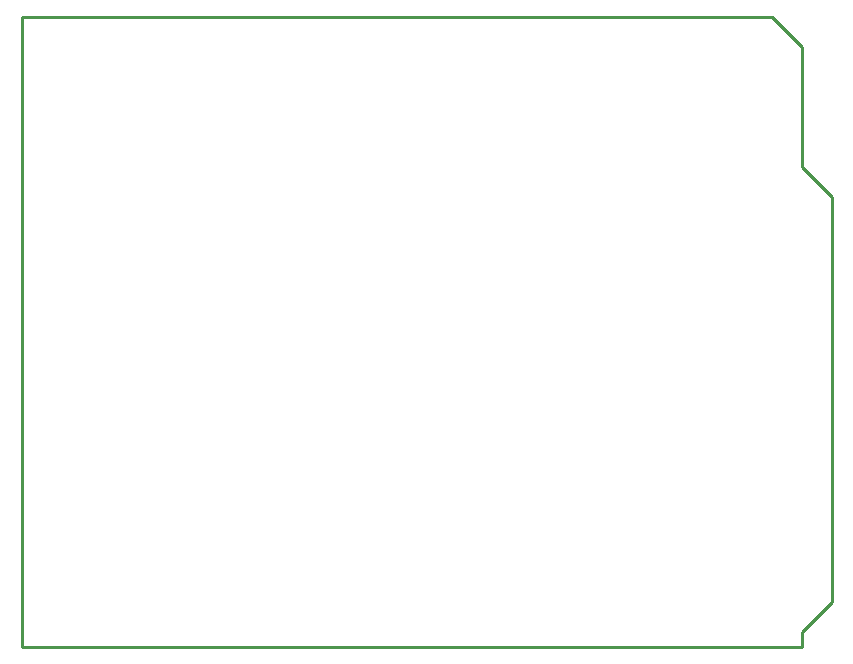
<source format=gko>
G04*
G04 #@! TF.GenerationSoftware,Altium Limited,Altium Designer,19.1.5 (86)*
G04*
G04 Layer_Color=16711935*
%FSLAX25Y25*%
%MOIN*%
G70*
G01*
G75*
%ADD11C,0.01000*%
D11*
X0Y0D02*
X260000D01*
Y5000D01*
X270000Y15000D01*
Y150000D01*
X260000Y160000D02*
X270000Y150000D01*
X260000Y160000D02*
Y200000D01*
X250000Y210000D02*
X260000Y200000D01*
X0Y210000D02*
X250000D01*
X0Y0D02*
Y210000D01*
M02*

</source>
